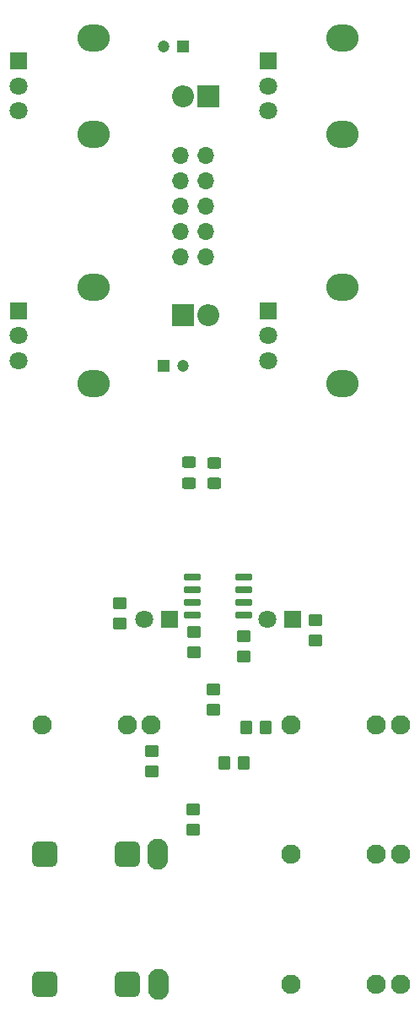
<source format=gbr>
%TF.GenerationSoftware,KiCad,Pcbnew,8.0.2-8.0.2-0~ubuntu22.04.1*%
%TF.CreationDate,2024-06-16T11:06:49+02:00*%
%TF.ProjectId,VCA_Panner,5643415f-5061-46e6-9e65-722e6b696361,rev?*%
%TF.SameCoordinates,Original*%
%TF.FileFunction,Soldermask,Top*%
%TF.FilePolarity,Negative*%
%FSLAX46Y46*%
G04 Gerber Fmt 4.6, Leading zero omitted, Abs format (unit mm)*
G04 Created by KiCad (PCBNEW 8.0.2-8.0.2-0~ubuntu22.04.1) date 2024-06-16 11:06:49*
%MOMM*%
%LPD*%
G01*
G04 APERTURE LIST*
G04 Aperture macros list*
%AMRoundRect*
0 Rectangle with rounded corners*
0 $1 Rounding radius*
0 $2 $3 $4 $5 $6 $7 $8 $9 X,Y pos of 4 corners*
0 Add a 4 corners polygon primitive as box body*
4,1,4,$2,$3,$4,$5,$6,$7,$8,$9,$2,$3,0*
0 Add four circle primitives for the rounded corners*
1,1,$1+$1,$2,$3*
1,1,$1+$1,$4,$5*
1,1,$1+$1,$6,$7*
1,1,$1+$1,$8,$9*
0 Add four rect primitives between the rounded corners*
20,1,$1+$1,$2,$3,$4,$5,0*
20,1,$1+$1,$4,$5,$6,$7,0*
20,1,$1+$1,$6,$7,$8,$9,0*
20,1,$1+$1,$8,$9,$2,$3,0*%
G04 Aperture macros list end*
%ADD10RoundRect,0.250000X0.450000X-0.350000X0.450000X0.350000X-0.450000X0.350000X-0.450000X-0.350000X0*%
%ADD11RoundRect,0.650000X0.650000X-0.650000X0.650000X0.650000X-0.650000X0.650000X-0.650000X-0.650000X0*%
%ADD12O,2.100000X3.100000*%
%ADD13RoundRect,0.250000X-0.450000X0.325000X-0.450000X-0.325000X0.450000X-0.325000X0.450000X0.325000X0*%
%ADD14O,3.240000X2.720000*%
%ADD15R,1.800000X1.800000*%
%ADD16C,1.800000*%
%ADD17C,1.930400*%
%ADD18RoundRect,0.250000X-0.350000X-0.450000X0.350000X-0.450000X0.350000X0.450000X-0.350000X0.450000X0*%
%ADD19RoundRect,0.150000X-0.725000X-0.150000X0.725000X-0.150000X0.725000X0.150000X-0.725000X0.150000X0*%
%ADD20RoundRect,0.250000X0.350000X0.450000X-0.350000X0.450000X-0.350000X-0.450000X0.350000X-0.450000X0*%
%ADD21R,1.200000X1.200000*%
%ADD22C,1.200000*%
%ADD23O,1.700000X1.700000*%
%ADD24R,2.200000X2.200000*%
%ADD25O,2.200000X2.200000*%
G04 APERTURE END LIST*
D10*
%TO.C,R44*%
X139300000Y-123550000D03*
X139300000Y-121550000D03*
%TD*%
D11*
%TO.C,J5*%
X120392700Y-158000000D03*
D12*
X123492700Y-158000000D03*
D11*
X112092700Y-158000000D03*
%TD*%
D13*
%TO.C,D1*%
X129100000Y-105750000D03*
X129100000Y-107800000D03*
%TD*%
D14*
%TO.C,RV2*%
X142000000Y-63200000D03*
X142000000Y-72800000D03*
D15*
X134500000Y-65500000D03*
D16*
X134500000Y-68000000D03*
X134500000Y-70500000D03*
%TD*%
D15*
%TO.C,D8*%
X136975000Y-121450000D03*
D16*
X134435000Y-121450000D03*
%TD*%
D10*
%TO.C,R33*%
X129000000Y-130500000D03*
X129000000Y-128500000D03*
%TD*%
D14*
%TO.C,RV3*%
X117000000Y-88200000D03*
X117000000Y-97800000D03*
D15*
X109500000Y-90500000D03*
D16*
X109500000Y-93000000D03*
X109500000Y-95500000D03*
%TD*%
D17*
%TO.C,J2*%
X147778500Y-132000000D03*
X136805700Y-132000000D03*
X145365500Y-132000000D03*
%TD*%
D10*
%TO.C,R43*%
X132100000Y-125150000D03*
X132100000Y-123150000D03*
%TD*%
D18*
%TO.C,R46*%
X132300000Y-132250000D03*
X134300000Y-132250000D03*
%TD*%
D15*
%TO.C,D6*%
X124600000Y-121450000D03*
D16*
X122060000Y-121450000D03*
%TD*%
D19*
%TO.C,U5*%
X126900000Y-117210000D03*
X126900000Y-118480000D03*
X126900000Y-119750000D03*
X126900000Y-121020000D03*
X132050000Y-121020000D03*
X132050000Y-119750000D03*
X132050000Y-118480000D03*
X132050000Y-117210000D03*
%TD*%
D10*
%TO.C,R39*%
X127000000Y-142500000D03*
X127000000Y-140500000D03*
%TD*%
D20*
%TO.C,R40*%
X132100000Y-135850000D03*
X130100000Y-135850000D03*
%TD*%
D13*
%TO.C,D2*%
X126600000Y-105725000D03*
X126600000Y-107775000D03*
%TD*%
D17*
%TO.C,J4*%
X147778500Y-145000000D03*
X136805700Y-145000000D03*
X145365500Y-145000000D03*
%TD*%
%TO.C,J6*%
X147778500Y-158000000D03*
X136805700Y-158000000D03*
X145365500Y-158000000D03*
%TD*%
D11*
%TO.C,J3*%
X120367300Y-145000000D03*
D12*
X123467300Y-145000000D03*
D11*
X112067300Y-145000000D03*
%TD*%
D10*
%TO.C,R42*%
X127100000Y-124750000D03*
X127100000Y-122750000D03*
%TD*%
%TO.C,R45*%
X122800000Y-136650000D03*
X122800000Y-134650000D03*
%TD*%
D14*
%TO.C,RV4*%
X142000000Y-88200000D03*
X142000000Y-97800000D03*
D15*
X134500000Y-90500000D03*
D16*
X134500000Y-93000000D03*
X134500000Y-95500000D03*
%TD*%
D17*
%TO.C,J1*%
X122765800Y-132000000D03*
X111793000Y-132000000D03*
X120352800Y-132000000D03*
%TD*%
D14*
%TO.C,RV1*%
X117000000Y-63200000D03*
X117000000Y-72800000D03*
D15*
X109500000Y-65500000D03*
D16*
X109500000Y-68000000D03*
X109500000Y-70500000D03*
%TD*%
D10*
%TO.C,R41*%
X119600000Y-121850000D03*
X119600000Y-119850000D03*
%TD*%
D21*
%TO.C,C5*%
X124000000Y-96000000D03*
D22*
X126000000Y-96000000D03*
%TD*%
D23*
%TO.C,J7*%
X125730000Y-85080000D03*
X128270000Y-85080000D03*
X125730000Y-82540000D03*
X128270000Y-82540000D03*
X125730000Y-80000000D03*
X128270000Y-80000000D03*
X125730000Y-77460000D03*
X128270000Y-77460000D03*
X125730000Y-74920000D03*
X128270000Y-74920000D03*
%TD*%
D21*
%TO.C,C4*%
X126000000Y-64000000D03*
D22*
X124000000Y-64000000D03*
%TD*%
D24*
%TO.C,D3*%
X128540000Y-69000000D03*
D25*
X126000000Y-69000000D03*
%TD*%
D24*
%TO.C,D4*%
X126000000Y-91000000D03*
D25*
X128540000Y-91000000D03*
%TD*%
M02*

</source>
